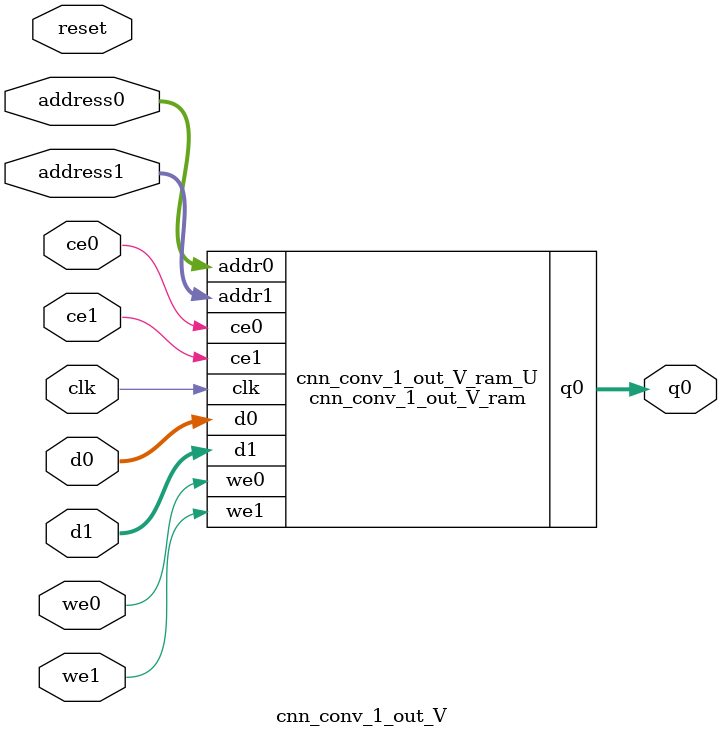
<source format=v>
`timescale 1 ns / 1 ps
module cnn_conv_1_out_V_ram (addr0, ce0, d0, we0, q0, addr1, ce1, d1, we1,  clk);

parameter DWIDTH = 14;
parameter AWIDTH = 12;
parameter MEM_SIZE = 4056;

input[AWIDTH-1:0] addr0;
input ce0;
input[DWIDTH-1:0] d0;
input we0;
output reg[DWIDTH-1:0] q0;
input[AWIDTH-1:0] addr1;
input ce1;
input[DWIDTH-1:0] d1;
input we1;
input clk;

(* ram_style = "block" *)reg [DWIDTH-1:0] ram[0:MEM_SIZE-1];




always @(posedge clk)  
begin 
    if (ce0) 
    begin
        if (we0) 
        begin 
            ram[addr0] <= d0; 
        end 
        q0 <= ram[addr0];
    end
end


always @(posedge clk)  
begin 
    if (ce1) 
    begin
        if (we1) 
        begin 
            ram[addr1] <= d1; 
        end 
    end
end


endmodule

`timescale 1 ns / 1 ps
module cnn_conv_1_out_V(
    reset,
    clk,
    address0,
    ce0,
    we0,
    d0,
    q0,
    address1,
    ce1,
    we1,
    d1);

parameter DataWidth = 32'd14;
parameter AddressRange = 32'd4056;
parameter AddressWidth = 32'd12;
input reset;
input clk;
input[AddressWidth - 1:0] address0;
input ce0;
input we0;
input[DataWidth - 1:0] d0;
output[DataWidth - 1:0] q0;
input[AddressWidth - 1:0] address1;
input ce1;
input we1;
input[DataWidth - 1:0] d1;



cnn_conv_1_out_V_ram cnn_conv_1_out_V_ram_U(
    .clk( clk ),
    .addr0( address0 ),
    .ce0( ce0 ),
    .we0( we0 ),
    .d0( d0 ),
    .q0( q0 ),
    .addr1( address1 ),
    .ce1( ce1 ),
    .we1( we1 ),
    .d1( d1 ));

endmodule


</source>
